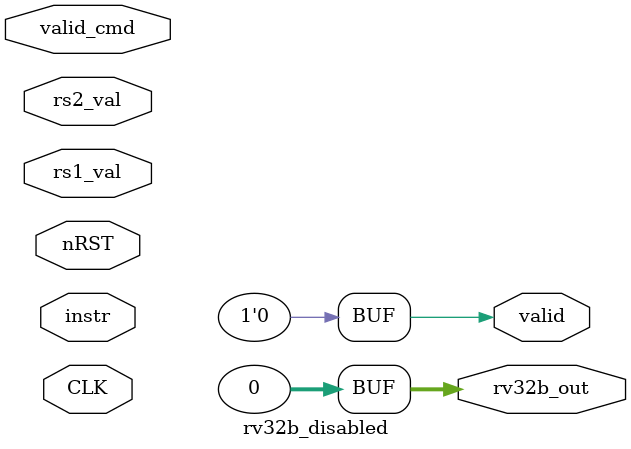
<source format=sv>
`include "component_selection_defines.vh"

module rv32b_disabled (
    input CLK,
    input nRST,
    input valid_cmd,
    input [31:0] instr,
    input [31:0] rs1_val,
    input [31:0] rs2_val,
    output valid,
    output logic [31:0] rv32b_out
);

    assign valid = 1'b0;
    assign rv32b_out = 32'd0;

endmodule

</source>
